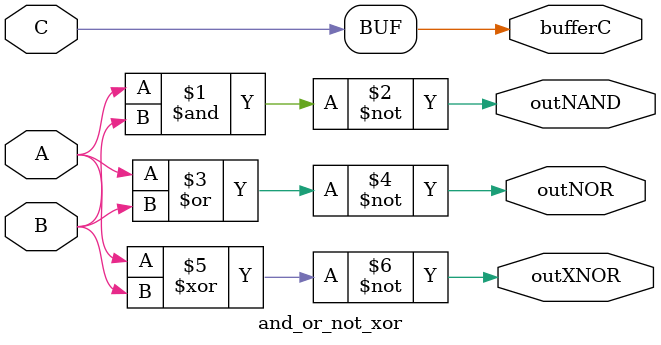
<source format=v>
`timescale 1ns / 1ps


module and_or_not_xor(
    input A,
    input B,
    input C,
    output outNAND,
    output outNOR,
    output outXNOR,
    output bufferC
    );
    
    assign outNAND = ~(A & B);
    assign outNOR = ~(A | B);
    assign outXNOR = ~(A ^ B);
    assign bufferC = ~(~C);
endmodule

</source>
